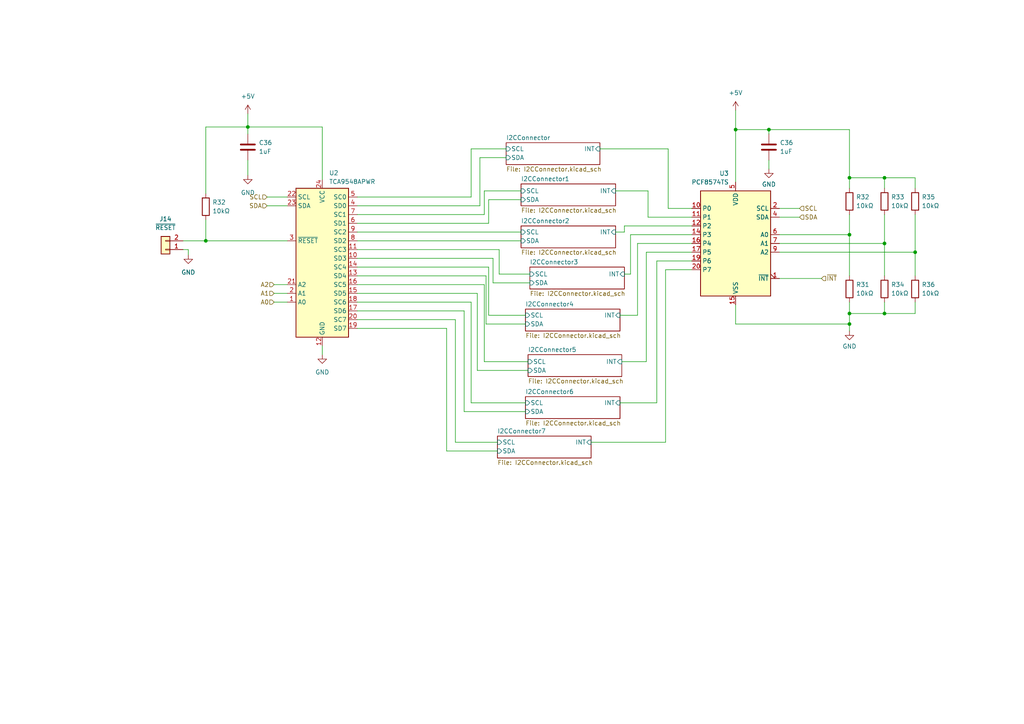
<source format=kicad_sch>
(kicad_sch (version 20230121) (generator eeschema)
  (paper "A4")
  (lib_symbols
    (symbol "Connector_Generic:Conn_01x02" (pin_names (offset 1.016) hide)
      (property "Reference" "J" (at 0 2.54 0))
      (property "Value" "Conn_01x02" (at 0 -5.08 0))
      (symbol "Conn_01x02_1_1"
        (rectangle (start -1.27 -2.413) (end 0 -2.667) (stroke (width 0.1524)))
        (rectangle (start -1.27 0.127) (end 0 -0.127) (stroke (width 0.1524)))
        (rectangle (start -1.27 1.27) (end 1.27 -3.81) (stroke (width 0.254)) (fill (type background)))
        (pin passive line (at -5.08 0 0) (length 3.81) (name "Pin_1") (number "1"))
        (pin passive line (at -5.08 -2.54 0) (length 3.81) (name "Pin_2") (number "2"))
      )
    )
    (symbol "Device:C" (pin_numbers hide) (pin_names (offset 0.254))
      (property "Reference" "C" (at 0.635 2.54 0))
      (property "Value" "C" (at 0.635 -2.54 0))
      (symbol "C_0_1"
        (polyline (pts (xy -2.032 -0.762) (xy 2.032 -0.762)) (stroke (width 0.508)))
        (polyline (pts (xy -2.032 0.762) (xy 2.032 0.762)) (stroke (width 0.508)))
      )
      (symbol "C_1_1"
        (pin passive line (at 0 3.81 270) (length 2.794) (name "~") (number "1"))
        (pin passive line (at 0 -3.81 90) (length 2.794) (name "~") (number "2"))
      )
    )
    (symbol "Device:R" (pin_numbers hide) (pin_names (offset 0))
      (property "Reference" "R" (at 2.032 0 90))
      (property "Value" "R" (at 0 0 90))
      (symbol "R_0_1"
        (rectangle (start -1.016 -2.54) (end 1.016 2.54) (stroke (width 0.254)))
      )
      (symbol "R_1_1"
        (pin passive line (at 0 3.81 270) (length 1.27) (name "~") (number "1"))
        (pin passive line (at 0 -3.81 90) (length 1.27) (name "~") (number "2"))
      )
    )
    (symbol "Interface_Expansion:PCF8574TS"
      (property "Reference" "U" (at -8.89 16.51 0))
      (property "Value" "PCF8574TS" (at 3.81 16.51 0))
      (symbol "PCF8574TS_0_1"
        (rectangle (start -10.16 15.24) (end 10.16 -15.24) (stroke (width 0.254)) (fill (type background)))
      )
      (symbol "PCF8574TS_1_1"
        (pin open_collector output_low (at -12.7 -10.16 0) (length 2.54) (name "~{INT}") (number "1"))
        (pin bidirectional line (at 12.7 10.16 180) (length 2.54) (name "P0") (number "10"))
        (pin bidirectional line (at 12.7 7.62 180) (length 2.54) (name "P1") (number "11"))
        (pin bidirectional line (at 12.7 5.08 180) (length 2.54) (name "P2") (number "12"))
        (pin no_connect line (at -10.16 -5.08 0) (length 2.54) hide (name "NC") (number "13"))
        (pin bidirectional line (at 12.7 2.54 180) (length 2.54) (name "P3") (number "14"))
        (pin power_in line (at 0 -17.78 90) (length 2.54) (name "VSS") (number "15"))
        (pin bidirectional line (at 12.7 0 180) (length 2.54) (name "P4") (number "16"))
        (pin bidirectional line (at 12.7 -2.54 180) (length 2.54) (name "P5") (number "17"))
        (pin no_connect line (at -10.16 -7.62 0) (length 2.54) hide (name "NC") (number "18"))
        (pin bidirectional line (at 12.7 -5.08 180) (length 2.54) (name "P6") (number "19"))
        (pin input line (at -12.7 10.16 0) (length 2.54) (name "SCL") (number "2"))
        (pin bidirectional line (at 12.7 -7.62 180) (length 2.54) (name "P7") (number "20"))
        (pin no_connect line (at 10.16 -10.16 180) (length 2.54) hide (name "NC") (number "3"))
        (pin bidirectional line (at -12.7 7.62 0) (length 2.54) (name "SDA") (number "4"))
        (pin power_in line (at 0 17.78 270) (length 2.54) (name "VDD") (number "5"))
        (pin input line (at -12.7 2.54 0) (length 2.54) (name "A0") (number "6"))
        (pin input line (at -12.7 0 0) (length 2.54) (name "A1") (number "7"))
        (pin no_connect line (at 10.16 -12.7 180) (length 2.54) hide (name "NC") (number "8"))
        (pin input line (at -12.7 -2.54 0) (length 2.54) (name "A2") (number "9"))
      )
    )
    (symbol "Interface_Expansion:TCA9548APWR"
      (property "Reference" "U" (at -7.62 21.59 0))
      (property "Value" "TCA9548APWR" (at 1.016 21.59 0))
      (symbol "TCA9548APWR_0_1"
        (rectangle (start -7.62 20.32) (end 7.62 -22.86) (stroke (width 0.254)) (fill (type background)))
      )
      (symbol "TCA9548APWR_1_1"
        (pin input line (at -10.16 -12.7 0) (length 2.54) (name "A0") (number "1"))
        (pin bidirectional line (at 10.16 0 180) (length 2.54) (name "SD3") (number "10"))
        (pin output line (at 10.16 2.54 180) (length 2.54) (name "SC3") (number "11"))
        (pin power_in line (at 0 -25.4 90) (length 2.54) (name "GND") (number "12"))
        (pin bidirectional line (at 10.16 -5.08 180) (length 2.54) (name "SD4") (number "13"))
        (pin output line (at 10.16 -2.54 180) (length 2.54) (name "SC4") (number "14"))
        (pin bidirectional line (at 10.16 -10.16 180) (length 2.54) (name "SD5") (number "15"))
        (pin output line (at 10.16 -7.62 180) (length 2.54) (name "SC5") (number "16"))
        (pin bidirectional line (at 10.16 -15.24 180) (length 2.54) (name "SD6") (number "17"))
        (pin output line (at 10.16 -12.7 180) (length 2.54) (name "SC6") (number "18"))
        (pin bidirectional line (at 10.16 -20.32 180) (length 2.54) (name "SD7") (number "19"))
        (pin input line (at -10.16 -10.16 0) (length 2.54) (name "A1") (number "2"))
        (pin output line (at 10.16 -17.78 180) (length 2.54) (name "SC7") (number "20"))
        (pin input line (at -10.16 -7.62 0) (length 2.54) (name "A2") (number "21"))
        (pin input line (at -10.16 17.78 0) (length 2.54) (name "SCL") (number "22"))
        (pin bidirectional line (at -10.16 15.24 0) (length 2.54) (name "SDA") (number "23"))
        (pin power_in line (at 0 22.86 270) (length 2.54) (name "VCC") (number "24"))
        (pin input line (at -10.16 5.08 0) (length 2.54) (name "~{RESET}") (number "3"))
        (pin bidirectional line (at 10.16 15.24 180) (length 2.54) (name "SD0") (number "4"))
        (pin output line (at 10.16 17.78 180) (length 2.54) (name "SC0") (number "5"))
        (pin bidirectional line (at 10.16 10.16 180) (length 2.54) (name "SD1") (number "6"))
        (pin output line (at 10.16 12.7 180) (length 2.54) (name "SC1") (number "7"))
        (pin bidirectional line (at 10.16 5.08 180) (length 2.54) (name "SD2") (number "8"))
        (pin output line (at 10.16 7.62 180) (length 2.54) (name "SC2") (number "9"))
      )
    )
    (symbol "power:+5V" (power) (pin_names (offset 0))
      (property "Value" "+5V" (at 0 3.556 0))
      (symbol "+5V_0_1"
        (polyline (pts (xy -0.762 1.27) (xy 0 2.54)))
        (polyline (pts (xy 0 0) (xy 0 2.54)))
        (polyline (pts (xy 0 2.54) (xy 0.762 1.27)))
      )
      (symbol "+5V_1_1"
        (pin power_in line (at 0 0 90) (length 0) hide (name "+5V") (number "1"))
      )
    )
    (symbol "power:GND" (power) (pin_names (offset 0))
      (property "Value" "GND" (at 0 -3.81 0))
      (symbol "GND_0_1"
        (polyline (pts (xy 0 0) (xy 0 -1.27) (xy 1.27 -1.27) (xy 0 -2.54) (xy -1.27 -1.27) (xy 0 -1.27)))
      )
      (symbol "GND_1_1"
        (pin power_in line (at 0 0 270) (length 0) hide (name "GND") (number "1"))
      )
    )
  )
  (junction (at 246.38 93.98))
  (junction (at 246.38 68.072))
  (junction (at 256.54 90.932))
  (junction (at 213.36 37.592))
  (junction (at 265.43 73.152))
  (junction (at 71.882 36.83))
  (junction (at 246.38 90.932))
  (junction (at 246.38 51.562))
  (junction (at 59.69 69.85))
  (junction (at 256.54 51.562))
  (junction (at 223.012 37.592))
  (junction (at 256.54 70.612))
  (wire (pts (xy 139.192 45.72) (xy 146.812 45.72)))
  (wire (pts (xy 184.912 91.44) (xy 184.912 70.612)))
  (wire (pts (xy 226.06 73.152) (xy 265.43 73.152)))
  (wire (pts (xy 256.54 51.562) (xy 265.43 51.562)))
  (wire (pts (xy 93.472 36.83) (xy 93.472 52.07)))
  (wire (pts (xy 144.272 128.27) (xy 132.08 128.27)))
  (wire (pts (xy 79.502 85.09) (xy 83.312 85.09)))
  (wire (pts (xy 140.462 82.55) (xy 140.462 104.902)))
  (wire (pts (xy 141.732 64.77) (xy 141.732 57.912)))
  (wire (pts (xy 141.732 77.47) (xy 141.732 91.44)))
  (wire (pts (xy 182.88 79.502) (xy 181.102 79.502)))
  (wire (pts (xy 173.99 43.18) (xy 193.802 43.18)))
  (wire (pts (xy 103.632 64.77) (xy 141.732 64.77)))
  (wire (pts (xy 193.802 43.18) (xy 193.802 60.452)))
  (wire (pts (xy 143.002 82.042) (xy 153.67 82.042)))
  (wire (pts (xy 144.78 79.502) (xy 153.67 79.502)))
  (wire (pts (xy 246.38 51.562) (xy 246.38 54.61)))
  (wire (pts (xy 138.43 107.442) (xy 153.162 107.442)))
  (wire (pts (xy 103.632 59.69) (xy 139.192 59.69)))
  (wire (pts (xy 223.012 37.592) (xy 223.012 38.862)))
  (wire (pts (xy 103.632 74.93) (xy 143.002 74.93)))
  (wire (pts (xy 140.462 55.372) (xy 151.13 55.372)))
  (wire (pts (xy 213.36 88.392) (xy 213.36 93.98)))
  (wire (pts (xy 200.66 68.072) (xy 182.88 68.072)))
  (wire (pts (xy 265.43 62.23) (xy 265.43 73.152)))
  (wire (pts (xy 213.36 32.004) (xy 213.36 37.592)))
  (wire (pts (xy 79.502 82.55) (xy 83.312 82.55)))
  (wire (pts (xy 140.462 62.23) (xy 140.462 55.372)))
  (wire (pts (xy 143.002 74.93) (xy 143.002 82.042)))
  (wire (pts (xy 140.97 93.98) (xy 152.4 93.98)))
  (wire (pts (xy 256.54 70.612) (xy 256.54 80.01)))
  (wire (pts (xy 181.102 65.532) (xy 200.66 65.532)))
  (wire (pts (xy 129.54 95.25) (xy 129.54 130.81)))
  (wire (pts (xy 179.832 116.84) (xy 190.5 116.84)))
  (wire (pts (xy 93.472 100.33) (xy 93.472 102.87)))
  (wire (pts (xy 265.43 51.562) (xy 265.43 54.61)))
  (wire (pts (xy 193.04 78.232) (xy 193.04 128.27)))
  (wire (pts (xy 152.4 119.38) (xy 134.62 119.38)))
  (wire (pts (xy 193.04 128.27) (xy 171.45 128.27)))
  (wire (pts (xy 79.502 87.63) (xy 83.312 87.63)))
  (wire (pts (xy 132.08 92.71) (xy 103.632 92.71)))
  (wire (pts (xy 134.62 90.17) (xy 103.632 90.17)))
  (wire (pts (xy 213.36 37.592) (xy 223.012 37.592)))
  (wire (pts (xy 139.192 59.69) (xy 139.192 45.72)))
  (wire (pts (xy 265.43 73.152) (xy 265.43 80.01)))
  (wire (pts (xy 136.652 57.15) (xy 136.652 43.18)))
  (wire (pts (xy 246.38 62.23) (xy 246.38 68.072)))
  (wire (pts (xy 77.47 59.69) (xy 83.312 59.69)))
  (wire (pts (xy 200.66 78.232) (xy 193.04 78.232)))
  (wire (pts (xy 129.54 130.81) (xy 144.272 130.81)))
  (wire (pts (xy 132.08 128.27) (xy 132.08 92.71)))
  (wire (pts (xy 223.012 37.592) (xy 246.38 37.592)))
  (wire (pts (xy 193.802 60.452) (xy 200.66 60.452)))
  (wire (pts (xy 190.5 116.84) (xy 190.5 75.692)))
  (wire (pts (xy 223.012 46.482) (xy 223.012 49.022)))
  (wire (pts (xy 103.632 87.63) (xy 136.652 87.63)))
  (wire (pts (xy 190.5 75.692) (xy 200.66 75.692)))
  (wire (pts (xy 256.54 62.23) (xy 256.54 70.612)))
  (wire (pts (xy 103.632 85.09) (xy 138.43 85.09)))
  (wire (pts (xy 187.96 55.372) (xy 178.562 55.372)))
  (wire (pts (xy 138.43 85.09) (xy 138.43 107.442)))
  (wire (pts (xy 184.912 70.612) (xy 200.66 70.612)))
  (wire (pts (xy 226.06 70.612) (xy 256.54 70.612)))
  (wire (pts (xy 152.4 91.44) (xy 141.732 91.44)))
  (wire (pts (xy 71.882 36.83) (xy 93.472 36.83)))
  (wire (pts (xy 213.36 93.98) (xy 246.38 93.98)))
  (wire (pts (xy 180.34 104.902) (xy 187.452 104.902)))
  (wire (pts (xy 246.38 93.98) (xy 246.38 96.012)))
  (wire (pts (xy 71.882 46.482) (xy 71.882 50.8)))
  (wire (pts (xy 187.452 104.902) (xy 187.452 73.152)))
  (wire (pts (xy 246.38 68.072) (xy 246.38 80.01)))
  (wire (pts (xy 182.88 68.072) (xy 182.88 79.502)))
  (wire (pts (xy 136.652 43.18) (xy 146.812 43.18)))
  (wire (pts (xy 136.652 116.84) (xy 152.4 116.84)))
  (wire (pts (xy 178.562 67.31) (xy 181.102 67.31)))
  (wire (pts (xy 140.97 80.01) (xy 140.97 93.98)))
  (wire (pts (xy 59.69 63.754) (xy 59.69 69.85)))
  (wire (pts (xy 226.06 68.072) (xy 246.38 68.072)))
  (wire (pts (xy 256.54 51.562) (xy 256.54 54.61)))
  (wire (pts (xy 103.632 69.85) (xy 151.13 69.85)))
  (wire (pts (xy 71.882 36.83) (xy 59.69 36.83)))
  (wire (pts (xy 103.632 72.39) (xy 144.78 72.39)))
  (wire (pts (xy 53.086 69.85) (xy 59.69 69.85)))
  (wire (pts (xy 200.66 62.992) (xy 187.96 62.992)))
  (wire (pts (xy 187.96 62.992) (xy 187.96 55.372)))
  (wire (pts (xy 213.36 37.592) (xy 213.36 52.832)))
  (wire (pts (xy 141.732 57.912) (xy 151.13 57.912)))
  (wire (pts (xy 103.632 67.31) (xy 151.13 67.31)))
  (wire (pts (xy 136.652 87.63) (xy 136.652 116.84)))
  (wire (pts (xy 265.43 90.932) (xy 265.43 87.63)))
  (wire (pts (xy 246.38 90.932) (xy 256.54 90.932)))
  (wire (pts (xy 231.902 60.452) (xy 226.06 60.452)))
  (wire (pts (xy 103.632 95.25) (xy 129.54 95.25)))
  (wire (pts (xy 246.38 87.63) (xy 246.38 90.932)))
  (wire (pts (xy 256.54 90.932) (xy 256.54 87.63)))
  (wire (pts (xy 59.69 69.85) (xy 83.312 69.85)))
  (wire (pts (xy 246.38 90.932) (xy 246.38 93.98)))
  (wire (pts (xy 140.462 104.902) (xy 153.162 104.902)))
  (wire (pts (xy 71.882 36.83) (xy 71.882 38.862)))
  (wire (pts (xy 54.61 72.39) (xy 54.61 73.914)))
  (wire (pts (xy 246.38 51.562) (xy 256.54 51.562)))
  (wire (pts (xy 256.54 90.932) (xy 265.43 90.932)))
  (wire (pts (xy 144.78 72.39) (xy 144.78 79.502)))
  (wire (pts (xy 181.102 67.31) (xy 181.102 65.532)))
  (wire (pts (xy 231.902 62.992) (xy 226.06 62.992)))
  (wire (pts (xy 77.47 57.15) (xy 83.312 57.15)))
  (wire (pts (xy 179.832 91.44) (xy 184.912 91.44)))
  (wire (pts (xy 53.086 72.39) (xy 54.61 72.39)))
  (wire (pts (xy 141.732 77.47) (xy 103.632 77.47)))
  (wire (pts (xy 103.632 82.55) (xy 140.462 82.55)))
  (wire (pts (xy 103.632 80.01) (xy 140.97 80.01)))
  (wire (pts (xy 59.69 36.83) (xy 59.69 56.134)))
  (wire (pts (xy 103.632 57.15) (xy 136.652 57.15)))
  (wire (pts (xy 187.452 73.152) (xy 200.66 73.152)))
  (wire (pts (xy 246.38 37.592) (xy 246.38 51.562)))
  (wire (pts (xy 103.632 62.23) (xy 140.462 62.23)))
  (wire (pts (xy 134.62 119.38) (xy 134.62 90.17)))
  (wire (pts (xy 226.06 80.772) (xy 238.252 80.772)))
  (wire (pts (xy 71.882 33.02) (xy 71.882 36.83)))
  (hierarchical_label "A1" (shape input) (at 79.502 85.09 180))
  (hierarchical_label "SCL" (shape input) (at 77.47 57.15 180))
  (hierarchical_label "A0" (shape input) (at 79.502 87.63 180))
  (hierarchical_label "SDA" (shape input) (at 77.47 59.69 180))
  (hierarchical_label "A2" (shape input) (at 79.502 82.55 180))
  (hierarchical_label "SDA" (shape input) (at 231.902 62.992 0))
  (hierarchical_label "SCL" (shape input) (at 231.902 60.452 0))
  (hierarchical_label "~{INT}" (shape input) (at 238.252 80.772 0))
  (symbol (lib_id "Device:C") (at 223.012 42.672 0) (unit 1)
    (property "Reference" "C36" (at 226.187 41.402 0) (effects (justify left)))
    (property "Value" "1uF" (at 226.187 43.942 0) (effects (justify left)))
    (property "Footprint" "Capacitor_SMD:C_0805_2012Metric" (effects hide))
    (instances (project "I2CMultiplexer" (path "" (reference "C36") (unit 1)) (path "" (reference "C38") (unit 1)) (path "" (reference "C40") (unit 1)) (path "" (reference "C42") (unit 1)) (path "" (reference "C44") (unit 1)) (path "" (reference "C46") (unit 1)) (path "" (reference "C48") (unit 1)) (path "" (reference "C50") (unit 1)) (path "" (reference "C3") (unit 1))))
  )
  (symbol (lib_id "Device:R") (at 256.54 58.42 0) (unit 1)
    (property "Reference" "R33" (at 258.445 57.15 0) (effects (justify left)))
    (property "Value" "10kΩ" (at 258.445 59.69 0) (effects (justify left)))
    (property "Footprint" "Resistor_SMD:R_0805_2012Metric" (effects hide))
    (instances (project "I2CMultiplexer" (path "" (reference "R33") (unit 1)) (path "" (reference "R7") (unit 1))))
  )
  (symbol (lib_id "Device:R") (at 265.43 58.42 0) (unit 1)
    (property "Reference" "R35" (at 267.335 57.15 0) (effects (justify left)))
    (property "Value" "10kΩ" (at 267.335 59.69 0) (effects (justify left)))
    (property "Footprint" "Resistor_SMD:R_0805_2012Metric" (effects hide))
    (instances (project "I2CMultiplexer" (path "" (reference "R35") (unit 1)) (path "" (reference "R9") (unit 1))))
  )
  (symbol (lib_id "power:GND") (at 246.38 96.012 0) (unit 1)
    (property "Reference" "#PWR03" (effects hide))
    (property "Value" "GND" (at 246.38 100.457 0))
    (instances (project "I2CMultiplexer" (path "" (reference "#PWR03") (unit 1)) (path "" (reference "#PWR018") (unit 1))))
  )
  (symbol (lib_id "Device:C") (at 71.882 42.672 0) (unit 1)
    (property "Reference" "C36" (at 75.057 41.402 0) (effects (justify left)))
    (property "Value" "1uF" (at 75.057 43.942 0) (effects (justify left)))
    (property "Footprint" "Capacitor_SMD:C_0805_2012Metric" (effects hide))
    (instances (project "I2CMultiplexer" (path "" (reference "C36") (unit 1)) (path "" (reference "C38") (unit 1)) (path "" (reference "C40") (unit 1)) (path "" (reference "C42") (unit 1)) (path "" (reference "C44") (unit 1)) (path "" (reference "C46") (unit 1)) (path "" (reference "C48") (unit 1)) (path "" (reference "C50") (unit 1)) (path "" (reference "C2") (unit 1))))
  )
  (symbol (lib_id "Device:R") (at 246.38 58.42 0) (unit 1)
    (property "Reference" "R32" (at 248.285 57.15 0) (effects (justify left)))
    (property "Value" "10kΩ" (at 248.285 59.69 0) (effects (justify left)))
    (property "Footprint" "Resistor_SMD:R_0805_2012Metric" (effects hide))
    (instances (project "I2CMultiplexer" (path "" (reference "R32") (unit 1)) (path "" (reference "R5") (unit 1))))
  )
  (symbol (lib_id "power:GND") (at 54.61 73.914 0) (unit 1)
    (property "Reference" "#PWR0124" (effects hide))
    (property "Value" "GND" (at 54.61 78.994 0))
    (instances (project "I2CMultiplexer" (path "" (reference "#PWR0124") (unit 1)) (path "" (reference "#PWR0133") (unit 1)) (path "" (reference "#PWR0140") (unit 1)) (path "" (reference "#PWR0147") (unit 1)) (path "" (reference "#PWR0154") (unit 1)) (path "" (reference "#PWR0161") (unit 1)) (path "" (reference "#PWR0168") (unit 1)) (path "" (reference "#PWR0175") (unit 1)) (path "" (reference "#PWR08") (unit 1))))
  )
  (symbol (lib_id "Device:R") (at 265.43 83.82 0) (unit 1)
    (property "Reference" "R36" (at 267.335 82.55 0) (effects (justify left)))
    (property "Value" "10kΩ" (at 267.335 85.09 0) (effects (justify left)))
    (property "Footprint" "Resistor_SMD:R_0805_2012Metric" (effects hide))
    (instances (project "I2CMultiplexer" (path "" (reference "R36") (unit 1)) (path "" (reference "R10") (unit 1))))
  )
  (symbol (lib_id "Connector_Generic:Conn_01x02") (at 48.006 72.39 180) (unit 1)
    (property "Reference" "J14" (at 48.006 63.5 0))
    (property "Value" "~{RESET}" (at 48.006 66.04 0))
    (property "Footprint" "Connector_PinHeader_2.54mm:PinHeader_1x02_P2.54mm_Vertical" (effects hide))
  )
  (symbol (lib_id "power:GND") (at 71.882 50.8 0) (unit 1)
    (property "Reference" "#PWR0124" (effects hide))
    (property "Value" "GND" (at 71.882 55.88 0))
    (instances (project "I2CMultiplexer" (path "" (reference "#PWR0124") (unit 1)) (path "" (reference "#PWR0133") (unit 1)) (path "" (reference "#PWR0140") (unit 1)) (path "" (reference "#PWR0147") (unit 1)) (path "" (reference "#PWR0154") (unit 1)) (path "" (reference "#PWR0161") (unit 1)) (path "" (reference "#PWR0168") (unit 1)) (path "" (reference "#PWR0175") (unit 1)) (path "" (reference "#PWR011") (unit 1))))
  )
  (symbol (lib_id "power:GND") (at 223.012 49.022 0) (unit 1)
    (property "Reference" "#PWR03" (effects hide))
    (property "Value" "GND" (at 223.012 53.467 0))
    (instances (project "I2CMultiplexer" (path "" (reference "#PWR03") (unit 1)) (path "" (reference "#PWR015") (unit 1))))
  )
  (symbol (lib_id "Interface_Expansion:TCA9548APWR") (at 93.472 74.93 0) (unit 1)
    (property "Reference" "U2" (at 95.4279 50.165 0) (effects (justify left)))
    (property "Value" "TCA9548APWR" (at 95.4279 52.705 0) (effects (justify left)))
    (property "Footprint" "Package_SO:TSSOP-24_4.4x7.8mm_P0.65mm" (effects hide))
    (property "Datasheet" "http://www.ti.com/lit/ds/symlink/tca9548a.pdf" (effects hide))
  )
  (symbol (lib_id "Device:R") (at 59.69 59.944 0) (unit 1)
    (property "Reference" "R32" (at 61.595 58.674 0) (effects (justify left)))
    (property "Value" "10kΩ" (at 61.595 61.214 0) (effects (justify left)))
    (property "Footprint" "Resistor_SMD:R_0805_2012Metric" (effects hide))
    (instances (project "I2CMultiplexer" (path "" (reference "R32") (unit 1)) (path "" (reference "R2") (unit 1))))
  )
  (symbol (lib_id "Interface_Expansion:PCF8574TS") (at 213.36 70.612 0) (mirror y) (unit 1)
    (property "Reference" "U3" (at 211.4041 50.292 0) (effects (justify left)))
    (property "Value" "PCF8574TS" (at 211.4041 52.832 0) (effects (justify left)))
    (property "Footprint" "Package_SO:SSOP-20_4.4x6.5mm_P0.65mm" (effects hide))
    (property "Datasheet" "http://www.nxp.com/documents/data_sheet/PCF8574_PCF8574A.pdf" (effects hide))
  )
  (symbol (lib_id "Device:R") (at 246.38 83.82 0) (unit 1)
    (property "Reference" "R31" (at 248.285 82.55 0) (effects (justify left)))
    (property "Value" "10kΩ" (at 248.285 85.09 0) (effects (justify left)))
    (property "Footprint" "Resistor_SMD:R_0805_2012Metric" (effects hide))
    (instances (project "I2CMultiplexer" (path "" (reference "R31") (unit 1)) (path "" (reference "R6") (unit 1))))
  )
  (symbol (lib_id "power:+5V") (at 71.882 33.02 0) (unit 1)
    (property "Reference" "#PWR0136" (effects hide))
    (property "Value" "+5V" (at 71.882 27.94 0))
    (instances (project "I2CMultiplexer" (path "" (reference "#PWR0136") (unit 1)) (path "" (reference "#PWR0143") (unit 1)) (path "" (reference "#PWR0150") (unit 1)) (path "" (reference "#PWR0157") (unit 1)) (path "" (reference "#PWR0164") (unit 1)) (path "" (reference "#PWR0171") (unit 1)) (path "" (reference "#PWR0178") (unit 1)) (path "" (reference "#PWR0185") (unit 1)) (path "" (reference "#PWR04") (unit 1))))
  )
  (symbol (lib_id "power:GND") (at 93.472 102.87 0) (unit 1)
    (property "Reference" "#PWR012" (effects hide))
    (property "Value" "GND" (at 93.472 107.95 0))
  )
  (symbol (lib_id "power:+5V") (at 213.36 32.004 0) (unit 1)
    (property "Reference" "#PWR0136" (effects hide))
    (property "Value" "+5V" (at 213.36 26.924 0))
    (instances (project "I2CMultiplexer" (path "" (reference "#PWR0136") (unit 1)) (path "" (reference "#PWR0143") (unit 1)) (path "" (reference "#PWR0150") (unit 1)) (path "" (reference "#PWR0157") (unit 1)) (path "" (reference "#PWR0164") (unit 1)) (path "" (reference "#PWR0171") (unit 1)) (path "" (reference "#PWR0178") (unit 1)) (path "" (reference "#PWR0185") (unit 1)) (path "" (reference "#PWR013") (unit 1))))
  )
  (symbol (lib_id "Device:R") (at 256.54 83.82 0) (unit 1)
    (property "Reference" "R34" (at 258.445 82.55 0) (effects (justify left)))
    (property "Value" "10kΩ" (at 258.445 85.09 0) (effects (justify left)))
    (property "Footprint" "Resistor_SMD:R_0805_2012Metric" (effects hide))
    (instances (project "I2CMultiplexer" (path "" (reference "R34") (unit 1)) (path "" (reference "R8") (unit 1))))
  )
  (sheet (at 151.13 65.532) (size 27.432 6.35) (stroke (width 0.1524))
    (property "Sheetname" "I2CConnector2" (at 151.13 64.8204 0) (effects (justify left bottom)))
    (property "Sheetfile" "I2CConnector.kicad_sch" (at 151.13 72.4666 0) (effects (justify left top)))
    (pin "SDA" input (at 151.13 69.85 180))
    (pin "SCL" input (at 151.13 67.31 180))
    (pin "INT" input (at 178.562 67.31 0))
  )
  (sheet (at 144.272 126.492) (size 27.178 6.35) (stroke (width 0.1524))
    (property "Sheetname" "I2CConnector7" (at 144.272 125.7804 0) (effects (justify left bottom)))
    (property "Sheetfile" "I2CConnector.kicad_sch" (at 144.272 133.4266 0) (effects (justify left top)))
    (pin "SDA" input (at 144.272 130.81 180))
    (pin "SCL" input (at 144.272 128.27 180))
    (pin "INT" input (at 171.45 128.27 0))
  )
  (sheet (at 152.4 89.662) (size 27.432 6.35) (stroke (width 0.1524))
    (property "Sheetname" "I2CConnector4" (at 152.4 88.9504 0) (effects (justify left bottom)))
    (property "Sheetfile" "I2CConnector.kicad_sch" (at 152.4 96.5966 0) (effects (justify left top)))
    (pin "SDA" input (at 152.4 93.98 180))
    (pin "SCL" input (at 152.4 91.44 180))
    (pin "INT" input (at 179.832 91.44 0))
  )
  (sheet (at 153.67 77.47) (size 27.432 6.35) (stroke (width 0.1524))
    (property "Sheetname" "I2CConnector3" (at 153.67 76.7584 0) (effects (justify left bottom)))
    (property "Sheetfile" "I2CConnector.kicad_sch" (at 153.67 84.4046 0) (effects (justify left top)))
    (pin "SDA" input (at 153.67 82.042 180))
    (pin "SCL" input (at 153.67 79.502 180))
    (pin "INT" input (at 181.102 79.502 0))
  )
  (sheet (at 146.812 41.402) (size 27.178 6.35) (stroke (width 0.1524))
    (property "Sheetname" "I2CConnector" (at 146.812 40.6904 0) (effects (justify left bottom)))
    (property "Sheetfile" "I2CConnector.kicad_sch" (at 146.812 48.3366 0) (effects (justify left top)))
    (pin "SDA" input (at 146.812 45.72 180))
    (pin "SCL" input (at 146.812 43.18 180))
    (pin "INT" input (at 173.99 43.18 0))
  )
  (sheet (at 153.162 102.87) (size 27.178 6.35) (stroke (width 0.1524))
    (property "Sheetname" "I2CConnector5" (at 153.162 102.1584 0) (effects (justify left bottom)))
    (property "Sheetfile" "I2CConnector.kicad_sch" (at 153.162 109.8046 0) (effects (justify left top)))
    (pin "SDA" input (at 153.162 107.442 180))
    (pin "SCL" input (at 153.162 104.902 180))
    (pin "INT" input (at 180.34 104.902 0))
  )
  (sheet (at 152.4 115.062) (size 27.432 6.35) (stroke (width 0.1524))
    (property "Sheetname" "I2CConnector6" (at 152.4 114.3504 0) (effects (justify left bottom)))
    (property "Sheetfile" "I2CConnector.kicad_sch" (at 152.4 121.9966 0) (effects (justify left top)))
    (pin "SDA" input (at 152.4 119.38 180))
    (pin "SCL" input (at 152.4 116.84 180))
    (pin "INT" input (at 179.832 116.84 0))
  )
  (sheet (at 151.13 53.34) (size 27.432 6.35) (stroke (width 0.1524))
    (property "Sheetname" "I2CConnector1" (at 151.13 52.6284 0) (effects (justify left bottom)))
    (property "Sheetfile" "I2CConnector.kicad_sch" (at 151.13 60.2746 0) (effects (justify left top)))
    (pin "SDA" input (at 151.13 57.912 180))
    (pin "SCL" input (at 151.13 55.372 180))
    (pin "INT" input (at 178.562 55.372 0))
  )
)
</source>
